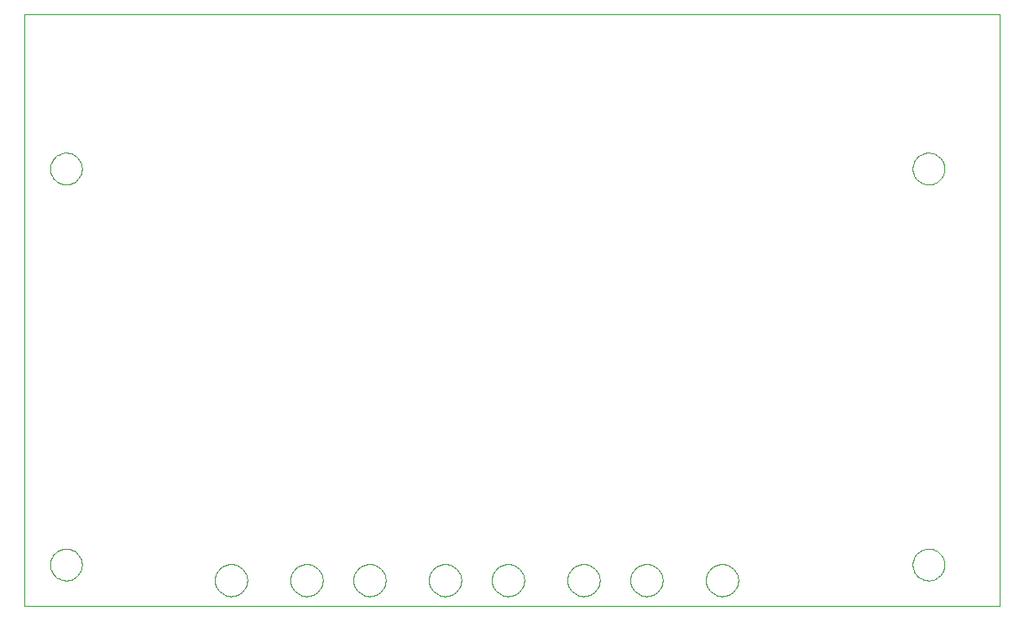
<source format=gbr>
G75*
G70*
%OFA0B0*%
%FSLAX24Y24*%
%IPPOS*%
%LPD*%
%AMOC8*
5,1,8,0,0,1.08239X$1,22.5*
%
%ADD10C,0.0000*%
D10*
X001951Y002918D02*
X001951Y026462D01*
X040691Y026462D01*
X040691Y002918D01*
X001951Y002918D01*
X002974Y004572D02*
X002977Y004629D01*
X002984Y004686D01*
X002997Y004742D01*
X003015Y004796D01*
X003038Y004849D01*
X003066Y004899D01*
X003098Y004947D01*
X003134Y004991D01*
X003174Y005032D01*
X003218Y005070D01*
X003264Y005103D01*
X003314Y005131D01*
X003366Y005155D01*
X003420Y005175D01*
X003476Y005189D01*
X003532Y005198D01*
X003590Y005202D01*
X003647Y005201D01*
X003704Y005194D01*
X003760Y005182D01*
X003815Y005166D01*
X003868Y005144D01*
X003919Y005118D01*
X003967Y005087D01*
X004013Y005052D01*
X004055Y005012D01*
X004093Y004970D01*
X004127Y004923D01*
X004157Y004874D01*
X004182Y004823D01*
X004202Y004769D01*
X004218Y004714D01*
X004228Y004658D01*
X004233Y004601D01*
X004233Y004543D01*
X004228Y004486D01*
X004218Y004430D01*
X004202Y004375D01*
X004182Y004321D01*
X004157Y004270D01*
X004127Y004221D01*
X004093Y004174D01*
X004055Y004132D01*
X004013Y004092D01*
X003967Y004057D01*
X003919Y004026D01*
X003868Y004000D01*
X003815Y003978D01*
X003760Y003962D01*
X003704Y003950D01*
X003647Y003943D01*
X003590Y003942D01*
X003532Y003946D01*
X003476Y003955D01*
X003420Y003969D01*
X003366Y003989D01*
X003314Y004013D01*
X003264Y004041D01*
X003218Y004074D01*
X003174Y004112D01*
X003134Y004153D01*
X003098Y004197D01*
X003066Y004245D01*
X003038Y004295D01*
X003015Y004348D01*
X002997Y004402D01*
X002984Y004458D01*
X002977Y004515D01*
X002974Y004572D01*
X009521Y003952D02*
X009524Y004010D01*
X009532Y004068D01*
X009545Y004125D01*
X009563Y004180D01*
X009586Y004233D01*
X009614Y004285D01*
X009647Y004333D01*
X009683Y004378D01*
X009724Y004420D01*
X009769Y004458D01*
X009816Y004491D01*
X009867Y004520D01*
X009919Y004545D01*
X009974Y004564D01*
X010031Y004579D01*
X010088Y004588D01*
X010146Y004592D01*
X010205Y004591D01*
X010263Y004584D01*
X010320Y004572D01*
X010375Y004555D01*
X010429Y004533D01*
X010481Y004506D01*
X010530Y004475D01*
X010576Y004439D01*
X010619Y004399D01*
X010657Y004356D01*
X010692Y004309D01*
X010722Y004259D01*
X010748Y004207D01*
X010769Y004153D01*
X010784Y004096D01*
X010795Y004039D01*
X010800Y003981D01*
X010800Y003923D01*
X010795Y003865D01*
X010784Y003808D01*
X010769Y003751D01*
X010748Y003697D01*
X010722Y003645D01*
X010692Y003595D01*
X010657Y003548D01*
X010619Y003505D01*
X010576Y003465D01*
X010530Y003429D01*
X010481Y003398D01*
X010429Y003371D01*
X010375Y003349D01*
X010320Y003332D01*
X010263Y003320D01*
X010205Y003313D01*
X010146Y003312D01*
X010088Y003316D01*
X010031Y003325D01*
X009974Y003340D01*
X009919Y003359D01*
X009867Y003384D01*
X009816Y003413D01*
X009769Y003446D01*
X009724Y003484D01*
X009683Y003526D01*
X009647Y003571D01*
X009614Y003619D01*
X009586Y003671D01*
X009563Y003724D01*
X009545Y003779D01*
X009532Y003836D01*
X009524Y003894D01*
X009521Y003952D01*
X012521Y003952D02*
X012524Y004010D01*
X012532Y004068D01*
X012545Y004125D01*
X012563Y004180D01*
X012586Y004233D01*
X012614Y004285D01*
X012647Y004333D01*
X012683Y004378D01*
X012724Y004420D01*
X012769Y004458D01*
X012816Y004491D01*
X012867Y004520D01*
X012919Y004545D01*
X012974Y004564D01*
X013031Y004579D01*
X013088Y004588D01*
X013146Y004592D01*
X013205Y004591D01*
X013263Y004584D01*
X013320Y004572D01*
X013375Y004555D01*
X013429Y004533D01*
X013481Y004506D01*
X013530Y004475D01*
X013576Y004439D01*
X013619Y004399D01*
X013657Y004356D01*
X013692Y004309D01*
X013722Y004259D01*
X013748Y004207D01*
X013769Y004153D01*
X013784Y004096D01*
X013795Y004039D01*
X013800Y003981D01*
X013800Y003923D01*
X013795Y003865D01*
X013784Y003808D01*
X013769Y003751D01*
X013748Y003697D01*
X013722Y003645D01*
X013692Y003595D01*
X013657Y003548D01*
X013619Y003505D01*
X013576Y003465D01*
X013530Y003429D01*
X013481Y003398D01*
X013429Y003371D01*
X013375Y003349D01*
X013320Y003332D01*
X013263Y003320D01*
X013205Y003313D01*
X013146Y003312D01*
X013088Y003316D01*
X013031Y003325D01*
X012974Y003340D01*
X012919Y003359D01*
X012867Y003384D01*
X012816Y003413D01*
X012769Y003446D01*
X012724Y003484D01*
X012683Y003526D01*
X012647Y003571D01*
X012614Y003619D01*
X012586Y003671D01*
X012563Y003724D01*
X012545Y003779D01*
X012532Y003836D01*
X012524Y003894D01*
X012521Y003952D01*
X015021Y003952D02*
X015024Y004010D01*
X015032Y004068D01*
X015045Y004125D01*
X015063Y004180D01*
X015086Y004233D01*
X015114Y004285D01*
X015147Y004333D01*
X015183Y004378D01*
X015224Y004420D01*
X015269Y004458D01*
X015316Y004491D01*
X015367Y004520D01*
X015419Y004545D01*
X015474Y004564D01*
X015531Y004579D01*
X015588Y004588D01*
X015646Y004592D01*
X015705Y004591D01*
X015763Y004584D01*
X015820Y004572D01*
X015875Y004555D01*
X015929Y004533D01*
X015981Y004506D01*
X016030Y004475D01*
X016076Y004439D01*
X016119Y004399D01*
X016157Y004356D01*
X016192Y004309D01*
X016222Y004259D01*
X016248Y004207D01*
X016269Y004153D01*
X016284Y004096D01*
X016295Y004039D01*
X016300Y003981D01*
X016300Y003923D01*
X016295Y003865D01*
X016284Y003808D01*
X016269Y003751D01*
X016248Y003697D01*
X016222Y003645D01*
X016192Y003595D01*
X016157Y003548D01*
X016119Y003505D01*
X016076Y003465D01*
X016030Y003429D01*
X015981Y003398D01*
X015929Y003371D01*
X015875Y003349D01*
X015820Y003332D01*
X015763Y003320D01*
X015705Y003313D01*
X015646Y003312D01*
X015588Y003316D01*
X015531Y003325D01*
X015474Y003340D01*
X015419Y003359D01*
X015367Y003384D01*
X015316Y003413D01*
X015269Y003446D01*
X015224Y003484D01*
X015183Y003526D01*
X015147Y003571D01*
X015114Y003619D01*
X015086Y003671D01*
X015063Y003724D01*
X015045Y003779D01*
X015032Y003836D01*
X015024Y003894D01*
X015021Y003952D01*
X018021Y003952D02*
X018024Y004010D01*
X018032Y004068D01*
X018045Y004125D01*
X018063Y004180D01*
X018086Y004233D01*
X018114Y004285D01*
X018147Y004333D01*
X018183Y004378D01*
X018224Y004420D01*
X018269Y004458D01*
X018316Y004491D01*
X018367Y004520D01*
X018419Y004545D01*
X018474Y004564D01*
X018531Y004579D01*
X018588Y004588D01*
X018646Y004592D01*
X018705Y004591D01*
X018763Y004584D01*
X018820Y004572D01*
X018875Y004555D01*
X018929Y004533D01*
X018981Y004506D01*
X019030Y004475D01*
X019076Y004439D01*
X019119Y004399D01*
X019157Y004356D01*
X019192Y004309D01*
X019222Y004259D01*
X019248Y004207D01*
X019269Y004153D01*
X019284Y004096D01*
X019295Y004039D01*
X019300Y003981D01*
X019300Y003923D01*
X019295Y003865D01*
X019284Y003808D01*
X019269Y003751D01*
X019248Y003697D01*
X019222Y003645D01*
X019192Y003595D01*
X019157Y003548D01*
X019119Y003505D01*
X019076Y003465D01*
X019030Y003429D01*
X018981Y003398D01*
X018929Y003371D01*
X018875Y003349D01*
X018820Y003332D01*
X018763Y003320D01*
X018705Y003313D01*
X018646Y003312D01*
X018588Y003316D01*
X018531Y003325D01*
X018474Y003340D01*
X018419Y003359D01*
X018367Y003384D01*
X018316Y003413D01*
X018269Y003446D01*
X018224Y003484D01*
X018183Y003526D01*
X018147Y003571D01*
X018114Y003619D01*
X018086Y003671D01*
X018063Y003724D01*
X018045Y003779D01*
X018032Y003836D01*
X018024Y003894D01*
X018021Y003952D01*
X020521Y003952D02*
X020524Y004010D01*
X020532Y004068D01*
X020545Y004125D01*
X020563Y004180D01*
X020586Y004233D01*
X020614Y004285D01*
X020647Y004333D01*
X020683Y004378D01*
X020724Y004420D01*
X020769Y004458D01*
X020816Y004491D01*
X020867Y004520D01*
X020919Y004545D01*
X020974Y004564D01*
X021031Y004579D01*
X021088Y004588D01*
X021146Y004592D01*
X021205Y004591D01*
X021263Y004584D01*
X021320Y004572D01*
X021375Y004555D01*
X021429Y004533D01*
X021481Y004506D01*
X021530Y004475D01*
X021576Y004439D01*
X021619Y004399D01*
X021657Y004356D01*
X021692Y004309D01*
X021722Y004259D01*
X021748Y004207D01*
X021769Y004153D01*
X021784Y004096D01*
X021795Y004039D01*
X021800Y003981D01*
X021800Y003923D01*
X021795Y003865D01*
X021784Y003808D01*
X021769Y003751D01*
X021748Y003697D01*
X021722Y003645D01*
X021692Y003595D01*
X021657Y003548D01*
X021619Y003505D01*
X021576Y003465D01*
X021530Y003429D01*
X021481Y003398D01*
X021429Y003371D01*
X021375Y003349D01*
X021320Y003332D01*
X021263Y003320D01*
X021205Y003313D01*
X021146Y003312D01*
X021088Y003316D01*
X021031Y003325D01*
X020974Y003340D01*
X020919Y003359D01*
X020867Y003384D01*
X020816Y003413D01*
X020769Y003446D01*
X020724Y003484D01*
X020683Y003526D01*
X020647Y003571D01*
X020614Y003619D01*
X020586Y003671D01*
X020563Y003724D01*
X020545Y003779D01*
X020532Y003836D01*
X020524Y003894D01*
X020521Y003952D01*
X023521Y003952D02*
X023524Y004010D01*
X023532Y004068D01*
X023545Y004125D01*
X023563Y004180D01*
X023586Y004233D01*
X023614Y004285D01*
X023647Y004333D01*
X023683Y004378D01*
X023724Y004420D01*
X023769Y004458D01*
X023816Y004491D01*
X023867Y004520D01*
X023919Y004545D01*
X023974Y004564D01*
X024031Y004579D01*
X024088Y004588D01*
X024146Y004592D01*
X024205Y004591D01*
X024263Y004584D01*
X024320Y004572D01*
X024375Y004555D01*
X024429Y004533D01*
X024481Y004506D01*
X024530Y004475D01*
X024576Y004439D01*
X024619Y004399D01*
X024657Y004356D01*
X024692Y004309D01*
X024722Y004259D01*
X024748Y004207D01*
X024769Y004153D01*
X024784Y004096D01*
X024795Y004039D01*
X024800Y003981D01*
X024800Y003923D01*
X024795Y003865D01*
X024784Y003808D01*
X024769Y003751D01*
X024748Y003697D01*
X024722Y003645D01*
X024692Y003595D01*
X024657Y003548D01*
X024619Y003505D01*
X024576Y003465D01*
X024530Y003429D01*
X024481Y003398D01*
X024429Y003371D01*
X024375Y003349D01*
X024320Y003332D01*
X024263Y003320D01*
X024205Y003313D01*
X024146Y003312D01*
X024088Y003316D01*
X024031Y003325D01*
X023974Y003340D01*
X023919Y003359D01*
X023867Y003384D01*
X023816Y003413D01*
X023769Y003446D01*
X023724Y003484D01*
X023683Y003526D01*
X023647Y003571D01*
X023614Y003619D01*
X023586Y003671D01*
X023563Y003724D01*
X023545Y003779D01*
X023532Y003836D01*
X023524Y003894D01*
X023521Y003952D01*
X026021Y003952D02*
X026024Y004010D01*
X026032Y004068D01*
X026045Y004125D01*
X026063Y004180D01*
X026086Y004233D01*
X026114Y004285D01*
X026147Y004333D01*
X026183Y004378D01*
X026224Y004420D01*
X026269Y004458D01*
X026316Y004491D01*
X026367Y004520D01*
X026419Y004545D01*
X026474Y004564D01*
X026531Y004579D01*
X026588Y004588D01*
X026646Y004592D01*
X026705Y004591D01*
X026763Y004584D01*
X026820Y004572D01*
X026875Y004555D01*
X026929Y004533D01*
X026981Y004506D01*
X027030Y004475D01*
X027076Y004439D01*
X027119Y004399D01*
X027157Y004356D01*
X027192Y004309D01*
X027222Y004259D01*
X027248Y004207D01*
X027269Y004153D01*
X027284Y004096D01*
X027295Y004039D01*
X027300Y003981D01*
X027300Y003923D01*
X027295Y003865D01*
X027284Y003808D01*
X027269Y003751D01*
X027248Y003697D01*
X027222Y003645D01*
X027192Y003595D01*
X027157Y003548D01*
X027119Y003505D01*
X027076Y003465D01*
X027030Y003429D01*
X026981Y003398D01*
X026929Y003371D01*
X026875Y003349D01*
X026820Y003332D01*
X026763Y003320D01*
X026705Y003313D01*
X026646Y003312D01*
X026588Y003316D01*
X026531Y003325D01*
X026474Y003340D01*
X026419Y003359D01*
X026367Y003384D01*
X026316Y003413D01*
X026269Y003446D01*
X026224Y003484D01*
X026183Y003526D01*
X026147Y003571D01*
X026114Y003619D01*
X026086Y003671D01*
X026063Y003724D01*
X026045Y003779D01*
X026032Y003836D01*
X026024Y003894D01*
X026021Y003952D01*
X029021Y003952D02*
X029024Y004010D01*
X029032Y004068D01*
X029045Y004125D01*
X029063Y004180D01*
X029086Y004233D01*
X029114Y004285D01*
X029147Y004333D01*
X029183Y004378D01*
X029224Y004420D01*
X029269Y004458D01*
X029316Y004491D01*
X029367Y004520D01*
X029419Y004545D01*
X029474Y004564D01*
X029531Y004579D01*
X029588Y004588D01*
X029646Y004592D01*
X029705Y004591D01*
X029763Y004584D01*
X029820Y004572D01*
X029875Y004555D01*
X029929Y004533D01*
X029981Y004506D01*
X030030Y004475D01*
X030076Y004439D01*
X030119Y004399D01*
X030157Y004356D01*
X030192Y004309D01*
X030222Y004259D01*
X030248Y004207D01*
X030269Y004153D01*
X030284Y004096D01*
X030295Y004039D01*
X030300Y003981D01*
X030300Y003923D01*
X030295Y003865D01*
X030284Y003808D01*
X030269Y003751D01*
X030248Y003697D01*
X030222Y003645D01*
X030192Y003595D01*
X030157Y003548D01*
X030119Y003505D01*
X030076Y003465D01*
X030030Y003429D01*
X029981Y003398D01*
X029929Y003371D01*
X029875Y003349D01*
X029820Y003332D01*
X029763Y003320D01*
X029705Y003313D01*
X029646Y003312D01*
X029588Y003316D01*
X029531Y003325D01*
X029474Y003340D01*
X029419Y003359D01*
X029367Y003384D01*
X029316Y003413D01*
X029269Y003446D01*
X029224Y003484D01*
X029183Y003526D01*
X029147Y003571D01*
X029114Y003619D01*
X029086Y003671D01*
X029063Y003724D01*
X029045Y003779D01*
X029032Y003836D01*
X029024Y003894D01*
X029021Y003952D01*
X037226Y004572D02*
X037229Y004629D01*
X037236Y004686D01*
X037249Y004742D01*
X037267Y004796D01*
X037290Y004849D01*
X037318Y004899D01*
X037350Y004947D01*
X037386Y004991D01*
X037426Y005032D01*
X037470Y005070D01*
X037516Y005103D01*
X037566Y005131D01*
X037618Y005155D01*
X037672Y005175D01*
X037728Y005189D01*
X037784Y005198D01*
X037842Y005202D01*
X037899Y005201D01*
X037956Y005194D01*
X038012Y005182D01*
X038067Y005166D01*
X038120Y005144D01*
X038171Y005118D01*
X038219Y005087D01*
X038265Y005052D01*
X038307Y005012D01*
X038345Y004970D01*
X038379Y004923D01*
X038409Y004874D01*
X038434Y004823D01*
X038454Y004769D01*
X038470Y004714D01*
X038480Y004658D01*
X038485Y004601D01*
X038485Y004543D01*
X038480Y004486D01*
X038470Y004430D01*
X038454Y004375D01*
X038434Y004321D01*
X038409Y004270D01*
X038379Y004221D01*
X038345Y004174D01*
X038307Y004132D01*
X038265Y004092D01*
X038219Y004057D01*
X038171Y004026D01*
X038120Y004000D01*
X038067Y003978D01*
X038012Y003962D01*
X037956Y003950D01*
X037899Y003943D01*
X037842Y003942D01*
X037784Y003946D01*
X037728Y003955D01*
X037672Y003969D01*
X037618Y003989D01*
X037566Y004013D01*
X037516Y004041D01*
X037470Y004074D01*
X037426Y004112D01*
X037386Y004153D01*
X037350Y004197D01*
X037318Y004245D01*
X037290Y004295D01*
X037267Y004348D01*
X037249Y004402D01*
X037236Y004458D01*
X037229Y004515D01*
X037226Y004572D01*
X037226Y020320D02*
X037229Y020377D01*
X037236Y020434D01*
X037249Y020490D01*
X037267Y020544D01*
X037290Y020597D01*
X037318Y020647D01*
X037350Y020695D01*
X037386Y020739D01*
X037426Y020780D01*
X037470Y020818D01*
X037516Y020851D01*
X037566Y020879D01*
X037618Y020903D01*
X037672Y020923D01*
X037728Y020937D01*
X037784Y020946D01*
X037842Y020950D01*
X037899Y020949D01*
X037956Y020942D01*
X038012Y020930D01*
X038067Y020914D01*
X038120Y020892D01*
X038171Y020866D01*
X038219Y020835D01*
X038265Y020800D01*
X038307Y020760D01*
X038345Y020718D01*
X038379Y020671D01*
X038409Y020622D01*
X038434Y020571D01*
X038454Y020517D01*
X038470Y020462D01*
X038480Y020406D01*
X038485Y020349D01*
X038485Y020291D01*
X038480Y020234D01*
X038470Y020178D01*
X038454Y020123D01*
X038434Y020069D01*
X038409Y020018D01*
X038379Y019969D01*
X038345Y019922D01*
X038307Y019880D01*
X038265Y019840D01*
X038219Y019805D01*
X038171Y019774D01*
X038120Y019748D01*
X038067Y019726D01*
X038012Y019710D01*
X037956Y019698D01*
X037899Y019691D01*
X037842Y019690D01*
X037784Y019694D01*
X037728Y019703D01*
X037672Y019717D01*
X037618Y019737D01*
X037566Y019761D01*
X037516Y019789D01*
X037470Y019822D01*
X037426Y019860D01*
X037386Y019901D01*
X037350Y019945D01*
X037318Y019993D01*
X037290Y020043D01*
X037267Y020096D01*
X037249Y020150D01*
X037236Y020206D01*
X037229Y020263D01*
X037226Y020320D01*
X002974Y020320D02*
X002977Y020377D01*
X002984Y020434D01*
X002997Y020490D01*
X003015Y020544D01*
X003038Y020597D01*
X003066Y020647D01*
X003098Y020695D01*
X003134Y020739D01*
X003174Y020780D01*
X003218Y020818D01*
X003264Y020851D01*
X003314Y020879D01*
X003366Y020903D01*
X003420Y020923D01*
X003476Y020937D01*
X003532Y020946D01*
X003590Y020950D01*
X003647Y020949D01*
X003704Y020942D01*
X003760Y020930D01*
X003815Y020914D01*
X003868Y020892D01*
X003919Y020866D01*
X003967Y020835D01*
X004013Y020800D01*
X004055Y020760D01*
X004093Y020718D01*
X004127Y020671D01*
X004157Y020622D01*
X004182Y020571D01*
X004202Y020517D01*
X004218Y020462D01*
X004228Y020406D01*
X004233Y020349D01*
X004233Y020291D01*
X004228Y020234D01*
X004218Y020178D01*
X004202Y020123D01*
X004182Y020069D01*
X004157Y020018D01*
X004127Y019969D01*
X004093Y019922D01*
X004055Y019880D01*
X004013Y019840D01*
X003967Y019805D01*
X003919Y019774D01*
X003868Y019748D01*
X003815Y019726D01*
X003760Y019710D01*
X003704Y019698D01*
X003647Y019691D01*
X003590Y019690D01*
X003532Y019694D01*
X003476Y019703D01*
X003420Y019717D01*
X003366Y019737D01*
X003314Y019761D01*
X003264Y019789D01*
X003218Y019822D01*
X003174Y019860D01*
X003134Y019901D01*
X003098Y019945D01*
X003066Y019993D01*
X003038Y020043D01*
X003015Y020096D01*
X002997Y020150D01*
X002984Y020206D01*
X002977Y020263D01*
X002974Y020320D01*
M02*

</source>
